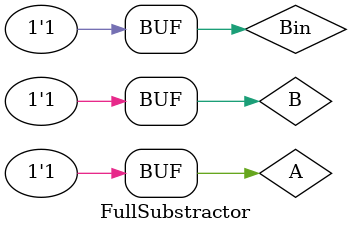
<source format=v>
module fullSubstractor(A, B, Bin, Diff, Bout);
input A, B, Bin;
output Diff, Bout; 
wire w1, w2, w3, w4, w5; 
assign w1 = A ^ B; 
assign Diff = w1 ^ Bin; 
assign w2 = ~(w1); 
assign w3 = w2 & Bin; 
assign w4 = ~(A); 
assign w5 = w4 & B; 
assign Bout = w3 | w5; 
endmodule

module FullSubstractor;
reg A, B, Bin; 
wire Diff, Bout; 
fullSubstractor i(A, B, Bin, Diff, Bout);
initial
begin
    A= 1'b0;
    B= 1'b0;
    Bin= 1'b0;
    $monitor("time=%0t , A= %b , B = %b ; Bin = %b , Diff = %b , Bout = %b" , $time , A ,B , Bin , Diff , Bout);
     #5 A = 1'b0 ; B = 1'b0 ; Bin = 1'b0;
    #5 A = 1'b0 ; B = 1'b0 ; Bin = 1'b1;
    #5 A = 1'b0 ; B = 1'b1 ; Bin = 1'b0;
    #5 A = 1'b0 ; B = 1'b1 ; Bin = 1'b1;
    #5 A = 1'b1 ; B = 1'b0 ; Bin = 1'b0;
    #5 A = 1'b1 ; B = 1'b0 ; Bin = 1'b1;
    #5 A = 1'b1 ; B = 1'b1 ; Bin = 1'b0;
    #5 A = 1'b1 ; B = 1'b1 ; Bin = 1'b1;
end
endmodule
</source>
